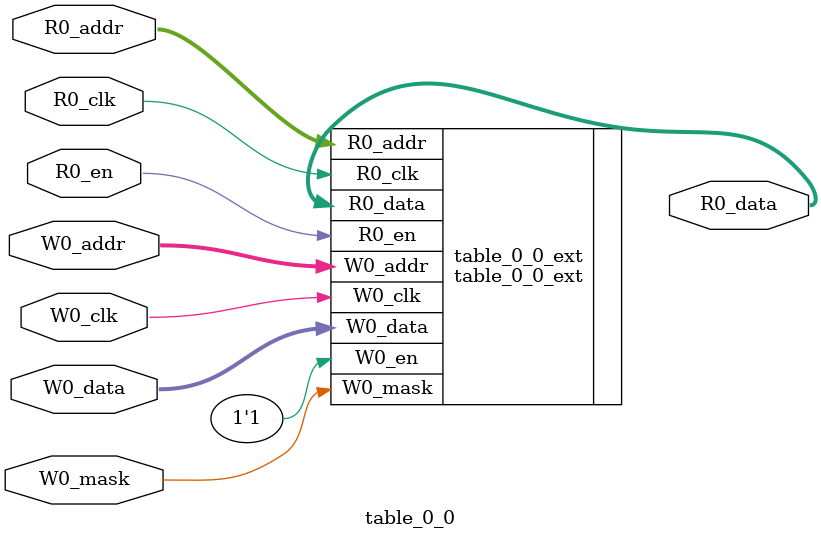
<source format=sv>
`ifndef RANDOMIZE
  `ifdef RANDOMIZE_REG_INIT
    `define RANDOMIZE
  `endif // RANDOMIZE_REG_INIT
`endif // not def RANDOMIZE
`ifndef RANDOMIZE
  `ifdef RANDOMIZE_MEM_INIT
    `define RANDOMIZE
  `endif // RANDOMIZE_MEM_INIT
`endif // not def RANDOMIZE

`ifndef RANDOM
  `define RANDOM $random
`endif // not def RANDOM

// Users can define 'PRINTF_COND' to add an extra gate to prints.
`ifndef PRINTF_COND_
  `ifdef PRINTF_COND
    `define PRINTF_COND_ (`PRINTF_COND)
  `else  // PRINTF_COND
    `define PRINTF_COND_ 1
  `endif // PRINTF_COND
`endif // not def PRINTF_COND_

// Users can define INIT_RANDOM as general code that gets injected into the
// initializer block for modules with registers.
`ifndef INIT_RANDOM
  `define INIT_RANDOM
`endif // not def INIT_RANDOM

// If using random initialization, you can also define RANDOMIZE_DELAY to
// customize the delay used, otherwise 0.002 is used.
`ifndef RANDOMIZE_DELAY
  `define RANDOMIZE_DELAY 0.002
`endif // not def RANDOMIZE_DELAY

// Define INIT_RANDOM_PROLOG_ for use in our modules below.
`ifndef INIT_RANDOM_PROLOG_
  `ifdef RANDOMIZE
    `ifdef VERILATOR
      `define INIT_RANDOM_PROLOG_ `INIT_RANDOM
    `else  // VERILATOR
      `define INIT_RANDOM_PROLOG_ `INIT_RANDOM #`RANDOMIZE_DELAY begin end
    `endif // VERILATOR
  `else  // RANDOMIZE
    `define INIT_RANDOM_PROLOG_
  `endif // RANDOMIZE
`endif // not def INIT_RANDOM_PROLOG_

// Include register initializers in init blocks unless synthesis is set
`ifndef SYNTHESIS
  `ifndef ENABLE_INITIAL_REG_
    `define ENABLE_INITIAL_REG_
  `endif // not def ENABLE_INITIAL_REG_
`endif // not def SYNTHESIS

// Include rmemory initializers in init blocks unless synthesis is set
`ifndef SYNTHESIS
  `ifndef ENABLE_INITIAL_MEM_
    `define ENABLE_INITIAL_MEM_
  `endif // not def ENABLE_INITIAL_MEM_
`endif // not def SYNTHESIS

module table_0_0(
  input  [7:0]  R0_addr,
  input         R0_en,
                R0_clk,
  input  [7:0]  W0_addr,
  input         W0_clk,
  input  [11:0] W0_data,
  input         W0_mask,
  output [11:0] R0_data
);

  table_0_0_ext table_0_0_ext (
    .R0_addr (R0_addr),
    .R0_en   (R0_en),
    .R0_clk  (R0_clk),
    .W0_addr (W0_addr),
    .W0_en   (1'h1),
    .W0_clk  (W0_clk),
    .W0_data (W0_data),
    .W0_mask (W0_mask),
    .R0_data (R0_data)
  );
endmodule


</source>
